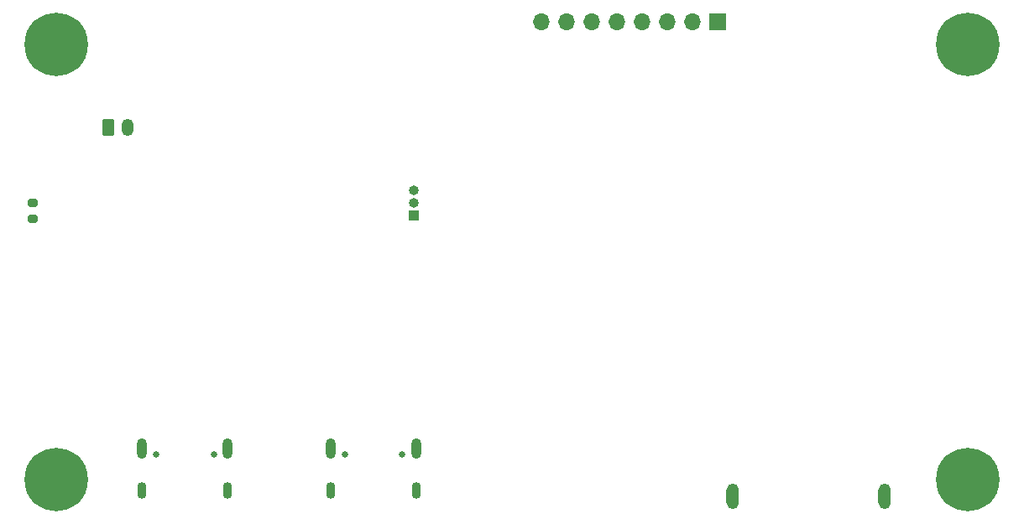
<source format=gbr>
%TF.GenerationSoftware,KiCad,Pcbnew,(6.0.2-0)*%
%TF.CreationDate,2022-03-19T00:24:53+01:00*%
%TF.ProjectId,RP2040GPSTracker,52503230-3430-4475-9053-547261636b65,rev?*%
%TF.SameCoordinates,PX4416780PY363af58*%
%TF.FileFunction,Soldermask,Bot*%
%TF.FilePolarity,Negative*%
%FSLAX46Y46*%
G04 Gerber Fmt 4.6, Leading zero omitted, Abs format (unit mm)*
G04 Created by KiCad (PCBNEW (6.0.2-0)) date 2022-03-19 00:24:53*
%MOMM*%
%LPD*%
G01*
G04 APERTURE LIST*
G04 Aperture macros list*
%AMRoundRect*
0 Rectangle with rounded corners*
0 $1 Rounding radius*
0 $2 $3 $4 $5 $6 $7 $8 $9 X,Y pos of 4 corners*
0 Add a 4 corners polygon primitive as box body*
4,1,4,$2,$3,$4,$5,$6,$7,$8,$9,$2,$3,0*
0 Add four circle primitives for the rounded corners*
1,1,$1+$1,$2,$3*
1,1,$1+$1,$4,$5*
1,1,$1+$1,$6,$7*
1,1,$1+$1,$8,$9*
0 Add four rect primitives between the rounded corners*
20,1,$1+$1,$2,$3,$4,$5,0*
20,1,$1+$1,$4,$5,$6,$7,0*
20,1,$1+$1,$6,$7,$8,$9,0*
20,1,$1+$1,$8,$9,$2,$3,0*%
G04 Aperture macros list end*
%ADD10O,1.700000X1.700000*%
%ADD11R,1.700000X1.700000*%
%ADD12O,0.900000X1.700000*%
%ADD13O,1.000000X2.100000*%
%ADD14C,0.650000*%
%ADD15C,6.400000*%
%ADD16O,1.200000X1.750000*%
%ADD17RoundRect,0.250000X-0.350000X-0.625000X0.350000X-0.625000X0.350000X0.625000X-0.350000X0.625000X0*%
%ADD18O,1.000000X1.000000*%
%ADD19R,1.000000X1.000000*%
%ADD20O,1.270000X2.565400*%
%ADD21RoundRect,0.200000X0.275000X-0.200000X0.275000X0.200000X-0.275000X0.200000X-0.275000X-0.200000X0*%
G04 APERTURE END LIST*
D10*
%TO.C,J11*%
X52520000Y51105000D03*
X55060000Y51105000D03*
X57600000Y51105000D03*
X60140000Y51105000D03*
X62680000Y51105000D03*
X65220000Y51105000D03*
X67760000Y51105000D03*
D11*
X70300000Y51105000D03*
%TD*%
D12*
%TO.C,J7*%
X39929800Y3814600D03*
D13*
X31279800Y7994600D03*
X39929800Y7994600D03*
D12*
X31279800Y3814600D03*
D14*
X38494800Y7464600D03*
X32714800Y7464600D03*
%TD*%
D15*
%TO.C,H4*%
X3604800Y4864600D03*
%TD*%
%TO.C,H3*%
X95604800Y4864600D03*
%TD*%
D16*
%TO.C,J9*%
X10850000Y40422000D03*
D17*
X8850000Y40422000D03*
%TD*%
D15*
%TO.C,H2*%
X95604800Y48864600D03*
%TD*%
D18*
%TO.C,J3*%
X39645000Y34065000D03*
X39645000Y32795000D03*
D19*
X39645000Y31525000D03*
%TD*%
D20*
%TO.C,J8*%
X71865000Y3159500D03*
X87215000Y3159500D03*
%TD*%
D15*
%TO.C,H1*%
X3604800Y48864600D03*
%TD*%
D13*
%TO.C,J6*%
X12279800Y7994600D03*
D12*
X20929800Y3814600D03*
X12279800Y3814600D03*
D13*
X20929800Y7994600D03*
D14*
X19494800Y7464600D03*
X13714800Y7464600D03*
%TD*%
D21*
%TO.C,TH1*%
X1215000Y32850000D03*
X1215000Y31200000D03*
%TD*%
M02*

</source>
